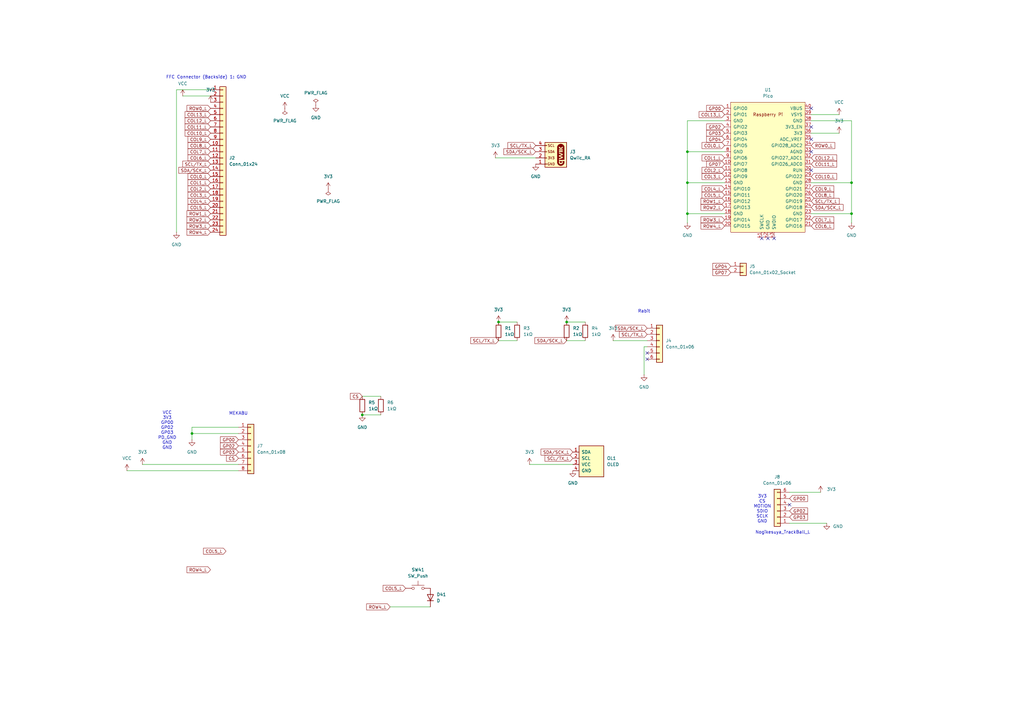
<source format=kicad_sch>
(kicad_sch (version 20250114) (generator "eeschema") (generator_version "9.0")
  (paper "A3")
  (lib_symbols
    (symbol "BrownSugar_KBD:OLED" (pin_names (offset 1.016))
      (property "Reference" "OL" (at 0 7.62 0))
      (property "Value" "OLED" (at 0 -7.62 0))
      (symbol "OLED_0_1"
        (rectangle (start -5.08 6.35) (end 5.08 -6.35) (stroke (width 0.254)) (fill (type background)))
      )
      (symbol "OLED_1_1"
        (pin bidirectional line (at -7.62 3.81 0) (length 2.54) (name "SDA") (number "1"))
        (pin bidirectional line (at -7.62 1.27 0) (length 2.54) (name "SCL") (number "2"))
        (pin power_in line (at -7.62 -1.27 0) (length 2.54) (name "VCC") (number "3"))
        (pin power_in line (at -7.62 -3.81 0) (length 2.54) (name "GND") (number "4"))
      )
    )
    (symbol "Connector_Generic:Conn_01x02" (pin_names (offset 1.016) (hide yes))
      (property "Reference" "J" (at 0 2.54 0))
      (property "Value" "Conn_01x02" (at 0 -5.08 0))
      (symbol "Conn_01x02_1_1"
        (rectangle (start -1.27 1.27) (end 1.27 -3.81) (stroke (width 0.254)) (fill (type background)))
        (rectangle (start -1.27 0.127) (end 0 -0.127) (stroke (width 0.1524)))
        (rectangle (start -1.27 -2.413) (end 0 -2.667) (stroke (width 0.1524)))
        (pin passive line (at -5.08 0 0) (length 3.81) (name "Pin_1") (number "1"))
        (pin passive line (at -5.08 -2.54 0) (length 3.81) (name "Pin_2") (number "2"))
      )
    )
    (symbol "Connector_Generic:Conn_01x06" (pin_names (offset 1.016) (hide yes))
      (property "Reference" "J" (at 0 7.62 0))
      (property "Value" "Conn_01x06" (at 0 -10.16 0))
      (symbol "Conn_01x06_1_1"
        (rectangle (start -1.27 6.35) (end 1.27 -8.89) (stroke (width 0.254)) (fill (type background)))
        (rectangle (start -1.27 5.207) (end 0 4.953) (stroke (width 0.1524)))
        (rectangle (start -1.27 2.667) (end 0 2.413) (stroke (width 0.1524)))
        (rectangle (start -1.27 0.127) (end 0 -0.127) (stroke (width 0.1524)))
        (rectangle (start -1.27 -2.413) (end 0 -2.667) (stroke (width 0.1524)))
        (rectangle (start -1.27 -4.953) (end 0 -5.207) (stroke (width 0.1524)))
        (rectangle (start -1.27 -7.493) (end 0 -7.747) (stroke (width 0.1524)))
        (pin passive line (at -5.08 5.08 0) (length 3.81) (name "Pin_1") (number "1"))
        (pin passive line (at -5.08 2.54 0) (length 3.81) (name "Pin_2") (number "2"))
        (pin passive line (at -5.08 0 0) (length 3.81) (name "Pin_3") (number "3"))
        (pin passive line (at -5.08 -2.54 0) (length 3.81) (name "Pin_4") (number "4"))
        (pin passive line (at -5.08 -5.08 0) (length 3.81) (name "Pin_5") (number "5"))
        (pin passive line (at -5.08 -7.62 0) (length 3.81) (name "Pin_6") (number "6"))
      )
    )
    (symbol "Connector_Generic:Conn_01x08" (pin_names (offset 1.016) (hide yes))
      (property "Reference" "J" (at 0 10.16 0))
      (property "Value" "Conn_01x08" (at 0 -12.7 0))
      (symbol "Conn_01x08_1_1"
        (rectangle (start -1.27 8.89) (end 1.27 -11.43) (stroke (width 0.254)) (fill (type background)))
        (rectangle (start -1.27 7.747) (end 0 7.493) (stroke (width 0.1524)))
        (rectangle (start -1.27 5.207) (end 0 4.953) (stroke (width 0.1524)))
        (rectangle (start -1.27 2.667) (end 0 2.413) (stroke (width 0.1524)))
        (rectangle (start -1.27 0.127) (end 0 -0.127) (stroke (width 0.1524)))
        (rectangle (start -1.27 -2.413) (end 0 -2.667) (stroke (width 0.1524)))
        (rectangle (start -1.27 -4.953) (end 0 -5.207) (stroke (width 0.1524)))
        (rectangle (start -1.27 -7.493) (end 0 -7.747) (stroke (width 0.1524)))
        (rectangle (start -1.27 -10.033) (end 0 -10.287) (stroke (width 0.1524)))
        (pin passive line (at -5.08 7.62 0) (length 3.81) (name "Pin_1") (number "1"))
        (pin passive line (at -5.08 5.08 0) (length 3.81) (name "Pin_2") (number "2"))
        (pin passive line (at -5.08 2.54 0) (length 3.81) (name "Pin_3") (number "3"))
        (pin passive line (at -5.08 0 0) (length 3.81) (name "Pin_4") (number "4"))
        (pin passive line (at -5.08 -2.54 0) (length 3.81) (name "Pin_5") (number "5"))
        (pin passive line (at -5.08 -5.08 0) (length 3.81) (name "Pin_6") (number "6"))
        (pin passive line (at -5.08 -7.62 0) (length 3.81) (name "Pin_7") (number "7"))
        (pin passive line (at -5.08 -10.16 0) (length 3.81) (name "Pin_8") (number "8"))
      )
    )
    (symbol "Connector_Generic:Conn_01x24" (pin_names (offset 1.016) (hide yes))
      (property "Reference" "J" (at 0 30.48 0))
      (property "Value" "Conn_01x24" (at 0 -33.02 0))
      (symbol "Conn_01x24_1_1"
        (rectangle (start -1.27 29.21) (end 1.27 -31.75) (stroke (width 0.254)) (fill (type background)))
        (rectangle (start -1.27 28.067) (end 0 27.813) (stroke (width 0.1524)))
        (rectangle (start -1.27 25.527) (end 0 25.273) (stroke (width 0.1524)))
        (rectangle (start -1.27 22.987) (end 0 22.733) (stroke (width 0.1524)))
        (rectangle (start -1.27 20.447) (end 0 20.193) (stroke (width 0.1524)))
        (rectangle (start -1.27 17.907) (end 0 17.653) (stroke (width 0.1524)))
        (rectangle (start -1.27 15.367) (end 0 15.113) (stroke (width 0.1524)))
        (rectangle (start -1.27 12.827) (end 0 12.573) (stroke (width 0.1524)))
        (rectangle (start -1.27 10.287) (end 0 10.033) (stroke (width 0.1524)))
        (rectangle (start -1.27 7.747) (end 0 7.493) (stroke (width 0.1524)))
        (rectangle (start -1.27 5.207) (end 0 4.953) (stroke (width 0.1524)))
        (rectangle (start -1.27 2.667) (end 0 2.413) (stroke (width 0.1524)))
        (rectangle (start -1.27 0.127) (end 0 -0.127) (stroke (width 0.1524)))
        (rectangle (start -1.27 -2.413) (end 0 -2.667) (stroke (width 0.1524)))
        (rectangle (start -1.27 -4.953) (end 0 -5.207) (stroke (width 0.1524)))
        (rectangle (start -1.27 -7.493) (end 0 -7.747) (stroke (width 0.1524)))
        (rectangle (start -1.27 -10.033) (end 0 -10.287) (stroke (width 0.1524)))
        (rectangle (start -1.27 -12.573) (end 0 -12.827) (stroke (width 0.1524)))
        (rectangle (start -1.27 -15.113) (end 0 -15.367) (stroke (width 0.1524)))
        (rectangle (start -1.27 -17.653) (end 0 -17.907) (stroke (width 0.1524)))
        (rectangle (start -1.27 -20.193) (end 0 -20.447) (stroke (width 0.1524)))
        (rectangle (start -1.27 -22.733) (end 0 -22.987) (stroke (width 0.1524)))
        (rectangle (start -1.27 -25.273) (end 0 -25.527) (stroke (width 0.1524)))
        (rectangle (start -1.27 -27.813) (end 0 -28.067) (stroke (width 0.1524)))
        (rectangle (start -1.27 -30.353) (end 0 -30.607) (stroke (width 0.1524)))
        (pin passive line (at -5.08 27.94 0) (length 3.81) (name "Pin_1") (number "1"))
        (pin passive line (at -5.08 25.4 0) (length 3.81) (name "Pin_2") (number "2"))
        (pin passive line (at -5.08 22.86 0) (length 3.81) (name "Pin_3") (number "3"))
        (pin passive line (at -5.08 20.32 0) (length 3.81) (name "Pin_4") (number "4"))
        (pin passive line (at -5.08 17.78 0) (length 3.81) (name "Pin_5") (number "5"))
        (pin passive line (at -5.08 15.24 0) (length 3.81) (name "Pin_6") (number "6"))
        (pin passive line (at -5.08 12.7 0) (length 3.81) (name "Pin_7") (number "7"))
        (pin passive line (at -5.08 10.16 0) (length 3.81) (name "Pin_8") (number "8"))
        (pin passive line (at -5.08 7.62 0) (length 3.81) (name "Pin_9") (number "9"))
        (pin passive line (at -5.08 5.08 0) (length 3.81) (name "Pin_10") (number "10"))
        (pin passive line (at -5.08 2.54 0) (length 3.81) (name "Pin_11") (number "11"))
        (pin passive line (at -5.08 0 0) (length 3.81) (name "Pin_12") (number "12"))
        (pin passive line (at -5.08 -2.54 0) (length 3.81) (name "Pin_13") (number "13"))
        (pin passive line (at -5.08 -5.08 0) (length 3.81) (name "Pin_14") (number "14"))
        (pin passive line (at -5.08 -7.62 0) (length 3.81) (name "Pin_15") (number "15"))
        (pin passive line (at -5.08 -10.16 0) (length 3.81) (name "Pin_16") (number "16"))
        (pin passive line (at -5.08 -12.7 0) (length 3.81) (name "Pin_17") (number "17"))
        (pin passive line (at -5.08 -15.24 0) (length 3.81) (name "Pin_18") (number "18"))
        (pin passive line (at -5.08 -17.78 0) (length 3.81) (name "Pin_19") (number "19"))
        (pin passive line (at -5.08 -20.32 0) (length 3.81) (name "Pin_20") (number "20"))
        (pin passive line (at -5.08 -22.86 0) (length 3.81) (name "Pin_21") (number "21"))
        (pin passive line (at -5.08 -25.4 0) (length 3.81) (name "Pin_22") (number "22"))
        (pin passive line (at -5.08 -27.94 0) (length 3.81) (name "Pin_23") (number "23"))
        (pin passive line (at -5.08 -30.48 0) (length 3.81) (name "Pin_24") (number "24"))
      )
    )
    (symbol "Device:D" (pin_numbers (hide yes)) (pin_names (offset 1.016) (hide yes))
      (property "Reference" "D" (at 0 2.54 0))
      (property "Value" "D" (at 0 -2.54 0))
      (symbol "D_0_1"
        (polyline (pts (xy -1.27 1.27) (xy -1.27 -1.27)) (stroke (width 0.254)))
        (polyline (pts (xy 1.27 1.27) (xy 1.27 -1.27) (xy -1.27 0) (xy 1.27 1.27)) (stroke (width 0.254)))
        (polyline (pts (xy 1.27 0) (xy -1.27 0)))
      )
      (symbol "D_1_1"
        (pin passive line (at -3.81 0 0) (length 2.54) (name "K") (number "1"))
        (pin passive line (at 3.81 0 180) (length 2.54) (name "A") (number "2"))
      )
    )
    (symbol "Device:R" (pin_numbers (hide yes)) (pin_names (offset 0))
      (property "Reference" "R" (at 2.032 0 90))
      (property "Value" "R" (at 0 0 90))
      (symbol "R_0_1"
        (rectangle (start -1.016 -2.54) (end 1.016 2.54) (stroke (width 0.254)))
      )
      (symbol "R_1_1"
        (pin passive line (at 0 3.81 270) (length 1.27) (name "~") (number "1"))
        (pin passive line (at 0 -3.81 90) (length 1.27) (name "~") (number "2"))
      )
    )
    (symbol "RPi_Pico:Pico" (pin_names (offset 1.016))
      (property "Reference" "U" (at -13.97 27.94 0))
      (property "Value" "Pico" (at 0 19.05 0))
      (symbol "Pico_0_0"
        (text "Raspberry Pi" (at 0 21.59 0) (effects (font (size 1.27 1.27))))
      )
      (symbol "Pico_0_1"
        (rectangle (start -15.24 26.67) (end 15.24 -26.67) (fill (type background)))
      )
      (symbol "Pico_1_1"
        (pin bidirectional line (at -17.78 24.13 0) (length 2.54) (name "GPIO0") (number "1"))
        (pin bidirectional line (at -17.78 21.59 0) (length 2.54) (name "GPIO1") (number "2"))
        (pin power_in line (at -17.78 19.05 0) (length 2.54) (name "GND") (number "3"))
        (pin bidirectional line (at -17.78 16.51 0) (length 2.54) (name "GPIO2") (number "4"))
        (pin bidirectional line (at -17.78 13.97 0) (length 2.54) (name "GPIO3") (number "5"))
        (pin bidirectional line (at -17.78 11.43 0) (length 2.54) (name "GPIO4") (number "6"))
        (pin bidirectional line (at -17.78 8.89 0) (length 2.54) (name "GPIO5") (number "7"))
        (pin power_in line (at -17.78 6.35 0) (length 2.54) (name "GND") (number "8"))
        (pin bidirectional line (at -17.78 3.81 0) (length 2.54) (name "GPIO6") (number "9"))
        (pin bidirectional line (at -17.78 1.27 0) (length 2.54) (name "GPIO7") (number "10"))
        (pin bidirectional line (at -17.78 -1.27 0) (length 2.54) (name "GPIO8") (number "11"))
        (pin bidirectional line (at -17.78 -3.81 0) (length 2.54) (name "GPIO9") (number "12"))
        (pin power_in line (at -17.78 -6.35 0) (length 2.54) (name "GND") (number "13"))
        (pin bidirectional line (at -17.78 -8.89 0) (length 2.54) (name "GPIO10") (number "14"))
        (pin bidirectional line (at -17.78 -11.43 0) (length 2.54) (name "GPIO11") (number "15"))
        (pin bidirectional line (at -17.78 -13.97 0) (length 2.54) (name "GPIO12") (number "16"))
        (pin bidirectional line (at -17.78 -16.51 0) (length 2.54) (name "GPIO13") (number "17"))
        (pin power_in line (at -17.78 -19.05 0) (length 2.54) (name "GND") (number "18"))
        (pin bidirectional line (at -17.78 -21.59 0) (length 2.54) (name "GPIO14") (number "19"))
        (pin bidirectional line (at -17.78 -24.13 0) (length 2.54) (name "GPIO15") (number "20"))
        (pin input line (at -2.54 -29.21 90) (length 2.54) (name "SWCLK") (number "41"))
        (pin power_in line (at 0 -29.21 90) (length 2.54) (name "GND") (number "42"))
        (pin bidirectional line (at 2.54 -29.21 90) (length 2.54) (name "SWDIO") (number "43"))
        (pin unspecified line (at 17.78 24.13 180) (length 2.54) (name "VBUS") (number "40"))
        (pin unspecified line (at 17.78 21.59 180) (length 2.54) (name "VSYS") (number "39"))
        (pin bidirectional line (at 17.78 19.05 180) (length 2.54) (name "GND") (number "38"))
        (pin input line (at 17.78 16.51 180) (length 2.54) (name "3V3_EN") (number "37"))
        (pin unspecified line (at 17.78 13.97 180) (length 2.54) (name "3V3") (number "36"))
        (pin unspecified line (at 17.78 11.43 180) (length 2.54) (name "ADC_VREF") (number "35"))
        (pin bidirectional line (at 17.78 8.89 180) (length 2.54) (name "GPIO28_ADC2") (number "34"))
        (pin power_in line (at 17.78 6.35 180) (length 2.54) (name "AGND") (number "33"))
        (pin bidirectional line (at 17.78 3.81 180) (length 2.54) (name "GPIO27_ADC1") (number "32"))
        (pin bidirectional line (at 17.78 1.27 180) (length 2.54) (name "GPIO26_ADC0") (number "31"))
        (pin input line (at 17.78 -1.27 180) (length 2.54) (name "RUN") (number "30"))
        (pin bidirectional line (at 17.78 -3.81 180) (length 2.54) (name "GPIO22") (number "29"))
        (pin power_in line (at 17.78 -6.35 180) (length 2.54) (name "GND") (number "28"))
        (pin bidirectional line (at 17.78 -8.89 180) (length 2.54) (name "GPIO21") (number "27"))
        (pin bidirectional line (at 17.78 -11.43 180) (length 2.54) (name "GPIO20") (number "26"))
        (pin bidirectional line (at 17.78 -13.97 180) (length 2.54) (name "GPIO19") (number "25"))
        (pin bidirectional line (at 17.78 -16.51 180) (length 2.54) (name "GPIO18") (number "24"))
        (pin power_in line (at 17.78 -19.05 180) (length 2.54) (name "GND") (number "23"))
        (pin bidirectional line (at 17.78 -21.59 180) (length 2.54) (name "GPIO17") (number "22"))
        (pin bidirectional line (at 17.78 -24.13 180) (length 2.54) (name "GPIO16") (number "21"))
      )
    )
    (symbol "SparkFun-Connector:Qwiic_Right_Angle" (pin_names (offset 1.016) (hide yes))
      (property "Reference" "J" (at 0 5.08 0))
      (property "Value" "Qwiic_RA" (at 0 -7.62 0))
      (symbol "Qwiic_Right_Angle_0_0"
        (polyline (pts (xy 5.6514 -4.1459) (xy 5.6299 -4.0654) (xy 5.5924 -3.9985) (xy 5.5373 -3.9428) (xy 5.4632 -3.8962) (xy 5.4394 -3.8843) (xy 5.402 -3.8678) (xy 5.3681 -3.8578) (xy 5.3294 -3.8521) (xy 5.2774 -3.8485) (xy 5.2184 -3.8474) (xy 5.1227 -3.8564) (xy 5.0405 -3.8803) (xy 4.9695 -3.9199) (xy 4.9078 -3.9759) (xy 4.8937 -3.9923) (xy 4.8535 -4.0549) (xy 4.8308 -4.124) (xy 4.8237 -4.2048) (xy 4.8239 -4.222) (xy 4.8343 -4.3011) (xy 4.8608 -4.3692) (xy 4.9051 -4.4308) (xy 4.9328 -4.4589) (xy 5.0009 -4.509) (xy 5.0793 -4.5424) (xy 5.1699 -4.5595) (xy 5.2745 -4.5612) (xy 5.3262 -4.5564) (xy 5.4199 -4.5347) (xy 5.4992 -4.4971) (xy 5.5638 -4.444) (xy 5.6131 -4.3757) (xy 5.6467 -4.2926) (xy 5.65 -4.2788) (xy 5.656 -4.2325) (xy 5.6563 -4.1875) (xy 5.6514 -4.1459)) (stroke (width 0.01)) (fill (type outline)))
        (polyline (pts (xy 6.6693 -0.6791) (xy 6.666 1.9332) (xy 6.6418 2.0386) (xy 6.6301 2.0866) (xy 6.5791 2.2527) (xy 6.5141 2.404) (xy 6.4337 2.5432) (xy 6.3364 2.673) (xy 6.2208 2.7959) (xy 6.1699 2.8428) (xy 6.0305 2.9527) (xy 5.8839 3.0422) (xy 5.7295 3.1115) (xy 5.5668 3.1608) (xy 5.3953 3.1902) (xy 5.2146 3.1999) (xy 5.1695 3.1994) (xy 5.0056 3.1868) (xy 4.8507 3.1568) (xy 4.7006 3.1083) (xy 4.5508 3.0404) (xy 4.5104 3.0187) (xy 4.3609 2.9237) (xy 4.2262 2.8129) (xy 4.1067 2.6872) (xy 4.0032 2.5475) (xy 3.9162 2.3947) (xy 3.8466 2.2295) (xy 3.7947 2.0528) (xy 3.7931 2.0453) (xy 3.7912 2.0356) (xy 3.7895 2.0242) (xy 3.7879 2.0106) (xy 3.7864 1.9938) (xy 3.785 1.9733) (xy 3.7837 1.9481) (xy 3.7825 1.9176) (xy 3.7815 1.8811) (xy 3.7805 1.8377) (xy 3.7796 1.7868) (xy 3.7789 1.7275) (xy 3.7781 1.6592) (xy 3.7775 1.5811) (xy 3.777 1.4925) (xy 3.7765 1.3925) (xy 3.7761 1.2805) (xy 3.7757 1.1557) (xy 3.7754 1.0174) (xy 3.7751 0.8648) (xy 3.7749 0.6972) (xy 3.7748 0.5138) (xy 3.7746 0.3139) (xy 3.7745 0.0967) (xy 3.7745 -0.1385) (xy 3.7744 -0.3925) (xy 3.7744 -0.666) (xy 3.7744 -0.9597) (xy 3.7744 -1.2744) (xy 3.7744 -4.5147) (xy 3.8041 -4.6318) (xy 3.8237 -4.7026) (xy 3.8837 -4.868) (xy 3.9606 -5.0206) (xy 4.0556 -5.1623) (xy 4.1695 -5.2947) (xy 4.2945 -5.4115) (xy 4.4355 -5.5159) (xy 4.5859 -5.6007) (xy 4.7459 -5.6661) (xy 4.916 -5.7122) (xy 5.0965 -5.7394) (xy 5.2571 -5.7442) (xy 5.4226 -5.7293) (xy 5.5891 -5.6949) (xy 5.7533 -5.6416) (xy 5.8236 -5.6121) (xy 5.9729 -5.5329) (xy 6.1112 -5.4365) (xy 6.237 -5.3244) (xy 6.3494 -5.1984) (xy 6.4469 -5.0601) (xy 6.5284 -4.9112) (xy 6.5926 -4.7532) (xy 6.6384 -4.5879) (xy 6.6645 -4.4168) (xy 6.6652 -4.405) (xy 6.6664 -4.3703) (xy 6.6676 -4.3199) (xy 6.6687 -4.2572) (xy 6.6696 -4.1859) (xy 6.6703 -4.1097) (xy 6.6721 -3.846) (xy 6.2655 -3.846) (xy 5.8589 -3.846) (xy 5.9219 -3.9104) (xy 5.9349 -3.9241) (xy 6.0001 -4.0112) (xy 6.0471 -4.1097) (xy 6.0754 -4.2189) (xy 6.085 -4.338) (xy 6.0781 -4.4509) (xy 6.0523 -4.5755) (xy 6.0066 -4.6941) (xy 5.952 -4.7864) (xy 5.8765 -4.8752) (xy 5.7858 -4.9517) (xy 5.6826 -5.0132) (xy 5.6313 -5.0372) (xy 5.5644 -5.0638) (xy 5.4981 -5.0834) (xy 5.4249 -5.0981) (xy 5.3375 -5.1098) (xy 5.2452 -5.1158) (xy 5.122 -5.1113) (xy 5.0004 -5.0938) (xy 4.8864 -5.0641) (xy 4.7856 -5.0232) (xy 4.6831 -4.9619) (xy 4.5878 -4.8817) (xy 4.5089 -4.7878) (xy 4.4472 -4.6811) (xy 4.4036 -4.5627) (xy 4.4031 -4.5611) (xy 4.3912 -4.4987) (xy 4.3845 -4.4244) (xy 4.3831 -4.3446) (xy 4.3869 -4.2661) (xy 4.3957 -4.1956) (xy 4.4094 -4.1396) (xy 4.4322 -4.082) (xy 4.485 -3.9879) (xy 4.5552 -3.9031) (xy 4.6109 -3.846) (xy 4.5052 -3.846) (xy 4.3996 -3.846) (xy 4.3996 -3.5687) (xy 4.3996 -3.2914) (xy 4.405 -3.2914) (xy 4.405 -3.2023) (xy 4.4021 -2.9296) (xy 4.4018 -2.8964) (xy 4.4015 -2.8076) (xy 4.4023 -2.7393) (xy 4.4041 -2.6908) (xy 4.407 -2.6611) (xy 4.4111 -2.6495) (xy 4.4137 -2.6484) (xy 4.434 -2.6418) (xy 4.4723 -2.6298) (xy 4.5268 -2.6132) (xy 4.5954 -2.5924) (xy 4.6761 -2.5683) (xy 4.767 -2.5412) (xy 4.866 -2.5118) (xy 4.9713 -2.4808) (xy 5.0173 -2.4672) (xy 5.119 -2.4369) (xy 5.2131 -2.4086) (xy 5.2977 -2.3828) (xy 5.3709 -2.3601) (xy 5.4307 -2.3411) (xy 5.4753 -2.3264) (xy 5.5029 -2.3166) (xy 5.5114 -2.3123) (xy 5.505 -2.3098) (xy 5.4796 -2.3016) (xy 5.4371 -2.2885) (xy 5.3794 -2.2711) (xy 5.3088 -2.2502) (xy 5.2275 -2.2264) (xy 5.1375 -2.2002) (xy 5.0411 -2.1724) (xy 4.9851 -2.1562) (xy 4.8864 -2.1278) (xy 4.7926 -2.1007) (xy 4.7062 -2.0757) (xy 4.63 -2.0536) (xy 4.5666 -2.0351) (xy 4.5187 -2.0211) (xy 4.4891 -2.0123) (xy 4.3992 -1.9852) (xy 4.4021 -1.7229) (xy 4.405 -1.4606) (xy 4.5844 -1.4084) (xy 4.6163 -1.3992) (xy 4.7739 -1.3533) (xy 4.9121 -1.3131) (xy 5.0321 -1.278) (xy 5.1352 -1.2478) (xy 5.2224 -1.2221) (xy 5.2951 -1.2004) (xy 5.3545 -1.1824) (xy 5.4018 -1.1676) (xy 5.4382 -1.1558) (xy 5.465 -1.1465) (xy 5.4834 -1.1392) (xy 5.4945 -1.1338) (xy 5.4997 -1.1296) (xy 5.5001 -1.1264) (xy 5.497 -1.1238) (xy 5.4915 -1.1214) (xy 5.4896 -1.1207) (xy 5.4687 -1.114) (xy 5.4296 -1.1019) (xy 5.3743 -1.0851) (xy 5.3049 -1.0643) (xy 5.2237 -1.04) (xy 5.1326 -1.013) (xy 5.0339 -0.9838) (xy 4.9297 -0.9531) (xy 4.3996 -0.7973) (xy 4.3996 -0.533) (xy 4.3997 -0.479) (xy 4.4004 -0.4111) (xy 4.4015 -0.3532) (xy 4.4029 -0.3082) (xy 4.4047 -0.279) (xy 4.4066 -0.2687) (xy 4.409 -0.2694) (xy 4.4284 -0.2761) (xy 4.4661 -0.2895) (xy 4.5204 -0.309) (xy 4.5899 -0.3341) (xy 4.6729 -0.3642) (xy 4.7681 -0.3988) (xy 4.8737 -0.4372) (xy 4.9883 -0.479) (xy 5.1104 -0.5236) (xy 5.2384 -0.5703) (xy 6.0632 -0.872) (xy 6.0632 -0.1926) (xy 5.2314 -0.1926) (xy 4.3996 -0.1926) (xy 4.3996 0.0793) (xy 4.3996 0.3511) (xy 5.2314 0.3511) (xy 6.0632 0.3511) (xy 6.0632 0.4598) (xy 5.2314 0.4598) (xy 4.3996 0.4598) (xy 4.3996 0.7317) (xy 4.3996 1.0035) (xy 5.2314 1.0035) (xy 5.2368 1.0035) (xy 5.2368 1.1177) (xy 5.1465 1.1192) (xy 5.0667 1.1248) (xy 4.9975 1.1357) (xy 4.9332 1.1532) (xy 4.8683 1.1784) (xy 4.7971 1.2126) (xy 4.7662 1.2298) (xy 4.6808 1.2903) (xy 4.6008 1.3651) (xy 4.5314 1.4489) (xy 4.4781 1.5363) (xy 4.4686 1.5557) (xy 4.4306 1.6462) (xy 4.4052 1.7353) (xy 4.3905 1.8304) (xy 4.385 1.9386) (xy 4.3833 2.0745) (xy 4.6089 2.0775) (xy 4.8345 2.0804) (xy 4.8348 1.9959) (xy 4.8368 1.9483) (xy 4.8488 1.8858) (xy 4.8738 1.8316) (xy 4.9144 1.7788) (xy 4.9734 1.7289) (xy 5.0458 1.6921) (xy 5.1277 1.6689) (xy 5.215 1.6593) (xy 5.3038 1.6635) (xy 5.3902 1.6815) (xy 5.4702 1.7136) (xy 5.54 1.7597) (xy 5.5733 1.7923) (xy 5.6073 1.844) (xy 5.628 1.9066) (xy 5.6372 1.9843) (xy 5.6418 2.0804) (xy 5.8607 2.0775) (xy 6.0795 2.0745) (xy 6.0811 1.9712) (xy 6.0811 1.9207) (xy 6.0739 1.8134) (xy 6.0554 1.7157) (xy 6.024 1.6204) (xy 5.9781 1.5204) (xy 5.9341 1.4457) (xy 5.8571 1.3499) (xy 5.7651 1.2695) (xy 5.6591 1.2056) (xy 5.6251 1.1892) (xy 5.5646 1.1627) (xy 5.5097 1.1435) (xy 5.4549 1.1305) (xy 5.3948 1.1226) (xy 5.3239 1.1188) (xy 5.2368 1.1177) (xy 5.2368 1.0035) (xy 6.0632 1.0035) (xy 6.0632 0.7317) (xy 6.0632 0.4598) (xy 6.0632 0.3511) (xy 6.0632 0.0793) (xy 6.0632 -0.1926) (xy 6.0632 -0.872) (xy 6.0632 -1.1439) (xy 6.0632 -1.4158) (xy 5.552 -1.5728) (xy 5.5357 -1.5778) (xy 5.4361 -1.6086) (xy 5.3436 -1.6376) (xy 5.2603 -1.6641) (xy 5.1881 -1.6874) (xy 5.129 -1.707) (xy 5.0848 -1.7222) (xy 5.0575 -1.7324) (xy 5.0491 -1.7369) (xy 5.0493 -1.737) (xy 5.0624 -1.742) (xy 5.094 -1.7527) (xy 5.1423 -1.7684) (xy 5.2051 -1.7886) (xy 5.2803 -1.8124) (xy 5.3659 -1.8394) (xy 5.46 -1.8688) (xy 5.5603 -1.9) (xy 6.0632 -2.0559) (xy 6.063 -2.3284) (xy 6.0628 -2.601) (xy 5.2339 -2.9017) (xy 4.405 -3.2023) (xy 4.405 -3.2914) (xy 5.5361 -3.2914) (xy 6.6725 -3.2914) (xy 6.6693 -0.6791)) (stroke (width 0.01)) (fill (type outline)))
      )
      (symbol "Qwiic_Right_Angle_1_1"
        (rectangle (start -1.27 3.81) (end 7.62 -6.35) (stroke (width 0.254)) (fill (type background)))
        (rectangle (start -1.27 2.667) (end -0.508 2.413) (stroke (width 0.1524)))
        (rectangle (start -1.27 0.127) (end -0.508 -0.127) (stroke (width 0.1524)))
        (rectangle (start -1.27 -2.413) (end -0.508 -2.667) (stroke (width 0.1524)))
        (rectangle (start -1.27 -4.953) (end -0.508 -5.207) (stroke (width 0.1524)))
        (text "SCL" (at 1.27 2.54 0) (effects (font (size 1 1))))
        (text "SDA" (at 1.27 0 0) (effects (font (size 1 1))))
        (text "3V3" (at 1.27 -2.54 0) (effects (font (size 1 1))))
        (text "GND" (at 1.27 -5.08 0) (effects (font (size 1 1))))
        (pin passive line (at -5.08 2.54 0) (length 3.81) (name "Pin_4") (number "4"))
        (pin passive line (at -5.08 0 0) (length 3.81) (name "Pin_3") (number "3"))
        (pin passive line (at -5.08 -2.54 0) (length 3.81) (name "Pin_2") (number "2"))
        (pin passive line (at -5.08 -5.08 0) (length 3.81) (name "Pin_1") (number "1"))
        (pin no_connect line (at 5.08 3.81 270) (length 2.54) (hide yes) (name "NC") (number "NC1"))
        (pin no_connect line (at 6.35 3.81 270) (length 2.54) (hide yes) (name "NC") (number "NC2"))
      )
    )
    (symbol "Switch:SW_Push" (pin_numbers (hide yes)) (pin_names (offset 1.016) (hide yes))
      (property "Reference" "SW" (at 1.27 2.54 0))
      (property "Value" "SW_Push" (at 0 -1.524 0))
      (symbol "SW_Push_0_1"
        (circle (center -2.032 0) (radius 0.508))
        (polyline (pts (xy 0 1.27) (xy 0 3.048)))
        (circle (center 2.032 0) (radius 0.508))
        (polyline (pts (xy 2.54 1.27) (xy -2.54 1.27)))
        (pin passive line (at -5.08 0 0) (length 2.54) (name "1") (number "1"))
        (pin passive line (at 5.08 0 180) (length 2.54) (name "2") (number "2"))
      )
    )
    (symbol "power:GND" (power) (pin_numbers (hide yes)) (pin_names (offset 0) (hide yes))
      (property "Value" "GND" (at 0 -3.81 0))
      (symbol "GND_0_1"
        (polyline (pts (xy 0 0) (xy 0 -1.27) (xy 1.27 -1.27) (xy 0 -2.54) (xy -1.27 -1.27) (xy 0 -1.27)))
      )
      (symbol "GND_1_1"
        (pin power_in line (at 0 0 270) (length 0) (name "~") (number "1"))
      )
    )
    (symbol "power:PWR_FLAG" (power) (pin_numbers (hide yes)) (pin_names (offset 0) (hide yes))
      (property "Value" "PWR_FLAG" (at 0 3.81 0))
      (symbol "PWR_FLAG_0_0"
        (pin power_out line (at 0 0 90) (length 0) (name "~") (number "1"))
      )
      (symbol "PWR_FLAG_0_1"
        (polyline (pts (xy 0 0) (xy 0 1.27) (xy -1.016 1.905) (xy 0 2.54) (xy 1.016 1.905) (xy 0 1.27)))
      )
    )
    (symbol "power:VCC" (power) (pin_numbers (hide yes)) (pin_names (offset 0) (hide yes))
      (property "Value" "VCC" (at 0 3.556 0))
      (symbol "VCC_0_1"
        (polyline (pts (xy -0.762 1.27) (xy 0 2.54)))
        (polyline (pts (xy 0 2.54) (xy 0.762 1.27)))
        (polyline (pts (xy 0 0) (xy 0 2.54)))
      )
      (symbol "VCC_1_1"
        (pin power_in line (at 0 0 90) (length 0) (name "~") (number "1"))
      )
    )
  )
  (text "VCC\n3V3\nGP00\nGP02\nGP03\nPD_GND\nGND\nGND" (at 68.58 176.53 0) (effects (font (size 1.27 1.27))))
  (text "Rabit" (at 264.16 127.762 0) (effects (font (size 1.27 1.27))))
  (text "MEKABU" (at 97.79 169.672 0) (effects (font (size 1.27 1.27))))
  (text "Nogikesuya_TrackBall_L" (at 321.056 218.44 0) (effects (font (size 1.27 1.27))))
  (text "3V3\nCS\nMOTION\nSDIO\nSCLK\nGND" (at 312.674 208.788 0) (effects (font (size 1.27 1.27))))
  (text "FFC Connector (Backside) １: GND" (at 84.582 31.75 0) (effects (font (size 1.27 1.27))))
  (junction (at 281.94 62.23))
  (junction (at 204.47 132.08))
  (junction (at 232.41 132.08))
  (junction (at 349.25 74.93))
  (junction (at 281.94 74.93))
  (junction (at 78.74 177.8))
  (junction (at 349.25 87.63))
  (junction (at 281.94 87.63))
  (junction (at 148.59 170.18))
  (no_connect (at 317.5 97.79))
  (no_connect (at 332.74 69.85))
  (no_connect (at 332.74 44.45))
  (no_connect (at 265.43 144.78))
  (no_connect (at 323.85 207.01))
  (no_connect (at 332.74 52.07))
  (no_connect (at 314.96 97.79))
  (no_connect (at 312.42 97.79))
  (no_connect (at 265.43 147.32))
  (no_connect (at 332.74 62.23))
  (no_connect (at 332.74 57.15))
  (wire (pts (xy 204.47 139.7) (xy 212.09 139.7)))
  (wire (pts (xy 297.18 49.53) (xy 281.94 49.53)))
  (wire (pts (xy 349.25 49.53) (xy 349.25 74.93)))
  (wire (pts (xy 332.74 87.63) (xy 349.25 87.63)))
  (wire (pts (xy 204.47 132.08) (xy 212.09 132.08)))
  (wire (pts (xy 251.46 139.7) (xy 265.43 139.7)))
  (wire (pts (xy 349.25 91.44) (xy 349.25 87.63)))
  (wire (pts (xy 344.17 54.61) (xy 332.74 54.61)))
  (wire (pts (xy 281.94 87.63) (xy 297.18 87.63)))
  (wire (pts (xy 349.25 74.93) (xy 349.25 87.63)))
  (wire (pts (xy 160.02 248.92) (xy 176.53 248.92)))
  (wire (pts (xy 148.59 162.56) (xy 156.21 162.56)))
  (wire (pts (xy 232.41 139.7) (xy 240.03 139.7)))
  (wire (pts (xy 78.74 175.26) (xy 78.74 177.8)))
  (wire (pts (xy 72.39 36.83) (xy 72.39 95.25)))
  (wire (pts (xy 332.74 49.53) (xy 349.25 49.53)))
  (wire (pts (xy 281.94 49.53) (xy 281.94 62.23)))
  (wire (pts (xy 78.74 177.8) (xy 97.79 177.8)))
  (wire (pts (xy 281.94 74.93) (xy 281.94 87.63)))
  (wire (pts (xy 203.2 64.77) (xy 219.71 64.77)))
  (wire (pts (xy 217.17 190.5) (xy 234.95 190.5)))
  (wire (pts (xy 281.94 62.23) (xy 297.18 62.23)))
  (wire (pts (xy 281.94 87.63) (xy 281.94 91.44)))
  (wire (pts (xy 339.09 214.63) (xy 323.85 214.63)))
  (wire (pts (xy 74.93 39.37) (xy 86.36 39.37)))
  (wire (pts (xy 281.94 74.93) (xy 297.18 74.93)))
  (wire (pts (xy 232.41 132.08) (xy 240.03 132.08)))
  (wire (pts (xy 52.07 193.04) (xy 97.79 193.04)))
  (wire (pts (xy 281.94 62.23) (xy 281.94 74.93)))
  (wire (pts (xy 264.16 142.24) (xy 265.43 142.24)))
  (wire (pts (xy 264.16 153.67) (xy 264.16 142.24)))
  (wire (pts (xy 344.17 46.99) (xy 332.74 46.99)))
  (wire (pts (xy 332.74 74.93) (xy 349.25 74.93)))
  (wire (pts (xy 78.74 177.8) (xy 78.74 180.34)))
  (wire (pts (xy 323.85 201.93) (xy 336.55 201.93)))
  (wire (pts (xy 148.59 170.18) (xy 156.21 170.18)))
  (wire (pts (xy 86.36 36.83) (xy 72.39 36.83)))
  (wire (pts (xy 97.79 175.26) (xy 78.74 175.26)))
  (wire (pts (xy 58.42 190.5) (xy 97.79 190.5)))
  (global_label "COL7_L" (shape input) (at 332.74 90.17 0) (property "Intersheetrefs" "${INTERSHEET_REFS}" (effects (hide yes))))
  (global_label "SCL{slash}TX_L" (shape input) (at 332.74 82.55 0) (property "Intersheetrefs" "${INTERSHEET_REFS}" (effects (hide yes))))
  (global_label "COL1_L" (shape input) (at 297.18 64.77 180) (property "Intersheetrefs" "${INTERSHEET_REFS}" (effects (hide yes))))
  (global_label "ROW4_L" (shape input) (at 86.36 95.25 180) (property "Intersheetrefs" "${INTERSHEET_REFS}" (effects (hide yes))))
  (global_label "COL11_L" (shape input) (at 86.36 52.07 180) (property "Intersheetrefs" "${INTERSHEET_REFS}" (effects (hide yes))))
  (global_label "GP02" (shape input) (at 297.18 52.07 180) (property "Intersheetrefs" "${INTERSHEET_REFS}" (effects (hide yes))))
  (global_label "COL5_L" (shape input) (at 297.18 80.01 180) (property "Intersheetrefs" "${INTERSHEET_REFS}" (effects (hide yes))))
  (global_label "COL2_L" (shape input) (at 297.18 69.85 180) (property "Intersheetrefs" "${INTERSHEET_REFS}" (effects (hide yes))))
  (global_label "SCL{slash}TX_L" (shape input) (at 86.36 67.31 180) (property "Intersheetrefs" "${INTERSHEET_REFS}" (effects (hide yes))))
  (global_label "GP04" (shape input) (at 297.18 57.15 180) (property "Intersheetrefs" "${INTERSHEET_REFS}" (effects (hide yes))))
  (global_label "ROW0_L" (shape input) (at 332.74 59.69 0) (property "Intersheetrefs" "${INTERSHEET_REFS}" (effects (hide yes))))
  (global_label "ROW3_L" (shape input) (at 86.36 92.71 180) (property "Intersheetrefs" "${INTERSHEET_REFS}" (effects (hide yes))))
  (global_label "COL5_L" (shape input) (at 86.36 85.09 180) (property "Intersheetrefs" "${INTERSHEET_REFS}" (effects (hide yes))))
  (global_label "COL11_L" (shape input) (at 332.74 67.31 0) (property "Intersheetrefs" "${INTERSHEET_REFS}" (effects (hide yes))))
  (global_label "COL12_L" (shape input) (at 86.36 49.53 180) (property "Intersheetrefs" "${INTERSHEET_REFS}" (effects (hide yes))))
  (global_label "GP03" (shape input) (at 323.85 212.09 0) (property "Intersheetrefs" "${INTERSHEET_REFS}" (effects (hide yes))))
  (global_label "COL1_L" (shape input) (at 86.36 74.93 180) (property "Intersheetrefs" "${INTERSHEET_REFS}" (effects (hide yes))))
  (global_label "SCL{slash}TX_L" (shape input) (at 204.47 139.7 180) (property "Intersheetrefs" "${INTERSHEET_REFS}" (effects (hide yes))))
  (global_label "COL3_L" (shape input) (at 86.36 80.01 180) (property "Intersheetrefs" "${INTERSHEET_REFS}" (effects (hide yes))))
  (global_label "ROW4_L" (shape input) (at 160.02 248.92 180) (property "Intersheetrefs" "${INTERSHEET_REFS}" (effects (hide yes))))
  (global_label "COL12_L" (shape input) (at 332.74 64.77 0) (property "Intersheetrefs" "${INTERSHEET_REFS}" (effects (hide yes))))
  (global_label "SDA{slash}SCK_L" (shape input) (at 86.36 69.85 180) (property "Intersheetrefs" "${INTERSHEET_REFS}" (effects (hide yes))))
  (global_label "COL2_L" (shape input) (at 86.36 77.47 180) (property "Intersheetrefs" "${INTERSHEET_REFS}" (effects (hide yes))))
  (global_label "ROW2_L" (shape input) (at 86.36 90.17 180) (property "Intersheetrefs" "${INTERSHEET_REFS}" (effects (hide yes))))
  (global_label "GP04" (shape input) (at 299.72 109.22 180) (property "Intersheetrefs" "${INTERSHEET_REFS}" (effects (hide yes))))
  (global_label "COL0_L" (shape input) (at 86.36 72.39 180) (property "Intersheetrefs" "${INTERSHEET_REFS}" (effects (hide yes))))
  (global_label "GP07" (shape input) (at 297.18 67.31 180) (property "Intersheetrefs" "${INTERSHEET_REFS}" (effects (hide yes))))
  (global_label "ROW1_L" (shape input) (at 86.36 87.63 180) (property "Intersheetrefs" "${INTERSHEET_REFS}" (effects (hide yes))))
  (global_label "COL8_L" (shape input) (at 86.36 59.69 180) (property "Intersheetrefs" "${INTERSHEET_REFS}" (effects (hide yes))))
  (global_label "COL4_L" (shape input) (at 297.18 77.47 180) (property "Intersheetrefs" "${INTERSHEET_REFS}" (effects (hide yes))))
  (global_label "GP00" (shape input) (at 323.85 204.47 0) (property "Intersheetrefs" "${INTERSHEET_REFS}" (effects (hide yes))))
  (global_label "SDA{slash}SCK_L" (shape input) (at 219.71 62.23 180) (property "Intersheetrefs" "${INTERSHEET_REFS}" (effects (hide yes))))
  (global_label "GP00" (shape input) (at 297.18 44.45 180) (property "Intersheetrefs" "${INTERSHEET_REFS}" (effects (hide yes))))
  (global_label "COL3_L" (shape input) (at 297.18 72.39 180) (property "Intersheetrefs" "${INTERSHEET_REFS}" (effects (hide yes))))
  (global_label "COL5_L" (shape input) (at 166.37 241.3 180) (property "Intersheetrefs" "${INTERSHEET_REFS}" (effects (hide yes))))
  (global_label "CS" (shape input) (at 148.59 162.56 180) (property "Intersheetrefs" "${INTERSHEET_REFS}" (effects (hide yes))))
  (global_label "COL5_L" (shape input) (at 92.71 226.06 180) (property "Intersheetrefs" "${INTERSHEET_REFS}" (effects (hide yes))))
  (global_label "COL13_L" (shape input) (at 86.36 46.99 180) (property "Intersheetrefs" "${INTERSHEET_REFS}" (effects (hide yes))))
  (global_label "GP02" (shape input) (at 323.85 209.55 0) (property "Intersheetrefs" "${INTERSHEET_REFS}" (effects (hide yes))))
  (global_label "COL8_L" (shape input) (at 332.74 80.01 0) (property "Intersheetrefs" "${INTERSHEET_REFS}" (effects (hide yes))))
  (global_label "GP03" (shape input) (at 97.79 185.42 180) (property "Intersheetrefs" "${INTERSHEET_REFS}" (effects (hide yes))))
  (global_label "SCL{slash}TX_L" (shape input) (at 234.95 187.96 180) (property "Intersheetrefs" "${INTERSHEET_REFS}" (effects (hide yes))))
  (global_label "ROW0_L" (shape input) (at 86.36 44.45 180) (property "Intersheetrefs" "${INTERSHEET_REFS}" (effects (hide yes))))
  (global_label "COL10_L" (shape input) (at 332.74 72.39 0) (property "Intersheetrefs" "${INTERSHEET_REFS}" (effects (hide yes))))
  (global_label "ROW2_L" (shape input) (at 297.18 85.09 180) (property "Intersheetrefs" "${INTERSHEET_REFS}" (effects (hide yes))))
  (global_label "COL7_L" (shape input) (at 86.36 62.23 180) (property "Intersheetrefs" "${INTERSHEET_REFS}" (effects (hide yes))))
  (global_label "GP07" (shape input) (at 299.72 111.76 180) (property "Intersheetrefs" "${INTERSHEET_REFS}" (effects (hide yes))))
  (global_label "COL6_L" (shape input) (at 332.74 92.71 0) (property "Intersheetrefs" "${INTERSHEET_REFS}" (effects (hide yes))))
  (global_label "COL4_L" (shape input) (at 86.36 82.55 180) (property "Intersheetrefs" "${INTERSHEET_REFS}" (effects (hide yes))))
  (global_label "GP03" (shape input) (at 297.18 54.61 180) (property "Intersheetrefs" "${INTERSHEET_REFS}" (effects (hide yes))))
  (global_label "COL0_L" (shape input) (at 297.18 59.69 180) (property "Intersheetrefs" "${INTERSHEET_REFS}" (effects (hide yes))))
  (global_label "GP02" (shape input) (at 97.79 182.88 180) (property "Intersheetrefs" "${INTERSHEET_REFS}" (effects (hide yes))))
  (global_label "SDA{slash}SCK_L" (shape input) (at 234.95 185.42 180) (property "Intersheetrefs" "${INTERSHEET_REFS}" (effects (hide yes))))
  (global_label "COL10_L" (shape input) (at 86.36 54.61 180) (property "Intersheetrefs" "${INTERSHEET_REFS}" (effects (hide yes))))
  (global_label "SDA{slash}SCK_L" (shape input) (at 265.43 134.62 180) (property "Intersheetrefs" "${INTERSHEET_REFS}" (effects (hide yes))))
  (global_label "CS" (shape input) (at 97.79 187.96 180) (property "Intersheetrefs" "${INTERSHEET_REFS}" (effects (hide yes))))
  (global_label "SCL{slash}TX_L" (shape input) (at 219.71 59.69 180) (property "Intersheetrefs" "${INTERSHEET_REFS}" (effects (hide yes))))
  (global_label "COL9_L" (shape input) (at 86.36 57.15 180) (property "Intersheetrefs" "${INTERSHEET_REFS}" (effects (hide yes))))
  (global_label "ROW3_L" (shape input) (at 297.18 90.17 180) (property "Intersheetrefs" "${INTERSHEET_REFS}" (effects (hide yes))))
  (global_label "SDA{slash}SCK_L" (shape input) (at 332.74 85.09 0) (property "Intersheetrefs" "${INTERSHEET_REFS}" (effects (hide yes))))
  (global_label "COL13_L" (shape input) (at 297.18 46.99 180) (property "Intersheetrefs" "${INTERSHEET_REFS}" (effects (hide yes))))
  (global_label "COL9_L" (shape input) (at 332.74 77.47 0) (property "Intersheetrefs" "${INTERSHEET_REFS}" (effects (hide yes))))
  (global_label "ROW1_L" (shape input) (at 297.18 82.55 180) (property "Intersheetrefs" "${INTERSHEET_REFS}" (effects (hide yes))))
  (global_label "GP00" (shape input) (at 97.79 180.34 180) (property "Intersheetrefs" "${INTERSHEET_REFS}" (effects (hide yes))))
  (global_label "SDA{slash}SCK_L" (shape input) (at 232.41 139.7 180) (property "Intersheetrefs" "${INTERSHEET_REFS}" (effects (hide yes))))
  (global_label "SCL{slash}TX_L" (shape input) (at 265.43 137.16 180) (property "Intersheetrefs" "${INTERSHEET_REFS}" (effects (hide yes))))
  (global_label "ROW4_L" (shape input) (at 297.18 92.71 180) (property "Intersheetrefs" "${INTERSHEET_REFS}" (effects (hide yes))))
  (global_label "COL6_L" (shape input) (at 86.36 64.77 180) (property "Intersheetrefs" "${INTERSHEET_REFS}" (effects (hide yes))))
  (global_label "ROW4_L" (shape input) (at 86.36 233.68 180) (property "Intersheetrefs" "${INTERSHEET_REFS}" (effects (hide yes))))
  (symbol (lib_id "power:GND") (at 349.25 91.44 0) (unit 1)
    (property "Reference" "#PWR010" (effects (hide yes)))
    (property "Value" "GND" (at 349.25 96.52 0))
    (property "Description" "Power symbol creates a global label with name \"GND\" , ground" (effects (hide yes)))
  )
  (symbol (lib_id "power:GND") (at 219.71 67.31 0) (unit 1)
    (property "Reference" "#PWR07" (effects (hide yes)))
    (property "Value" "GND" (at 219.71 72.39 0))
    (property "Description" "Power symbol creates a global label with name \"GND\" , ground" (effects (hide yes)))
  )
  (symbol (lib_id "power:GND") (at 234.95 193.04 0) (unit 1)
    (property "Reference" "#PWR011" (effects (hide yes)))
    (property "Value" "GND" (at 234.95 198.12 0))
    (property "Description" "Power symbol creates a global label with name \"GND\" , ground" (effects (hide yes)))
  )
  (symbol (lib_id "power:GND") (at 281.94 91.44 0) (unit 1)
    (property "Reference" "#PWR021" (effects (hide yes)))
    (property "Value" "GND" (at 281.94 96.52 0))
    (property "Description" "Power symbol creates a global label with name \"GND\" , ground" (effects (hide yes)))
  )
  (symbol (lib_id "SparkFun-Connector:Qwiic_Right_Angle") (at 224.79 62.23 0) (unit 1)
    (property "Reference" "J3" (at 233.68 62.2299 0) (effects (justify left)))
    (property "Value" "Qwiic_RA" (at 233.68 64.7699 0) (effects (justify left)))
    (property "Footprint" "SparkFun-Connector:JST_SMD_1.0mm-4_Black" (effects (hide yes)))
    (property "Datasheet" "https://www.jst-mfg.com/product/pdf/eng/eSH.pdf" (effects (hide yes)))
    (property "Description" "4 pin JST 1mm polarized connector for I2C" (effects (hide yes)))
    (property "PROD_ID" "CONN-13694" (effects (hide yes)))
  )
  (symbol (lib_id "Connector_Generic:Conn_01x06") (at 318.77 209.55 180) (unit 1)
    (property "Reference" "J8" (at 318.77 195.58 0))
    (property "Value" "Conn_01x06" (at 318.77 198.12 0))
    (property "Footprint" "Connector_FFC-FPC:Hirose_FH12-6S-0.5SH_1x06-1MP_P0.50mm_Horizontal" (effects (hide yes)))
    (property "Description" "Generic connector, single row, 01x06, script generated (kicad-library-utils/schlib/autogen/connector/)" (effects (hide yes)))
  )
  (symbol (lib_id "power:VCC") (at 203.2 64.77 0) (unit 1)
    (property "Reference" "#PWR018" (effects (hide yes)))
    (property "Value" "3V3" (at 203.2 59.69 0))
    (property "Description" "Power symbol creates a global label with name \"VCC\"" (effects (hide yes)))
  )
  (symbol (lib_id "power:VCC") (at 336.55 201.93 0) (unit 1)
    (property "Reference" "#PWR027" (effects (hide yes)))
    (property "Value" "3V3" (at 339.09 200.6599 0) (effects (justify left)))
    (property "Description" "Power symbol creates a global label with name \"VCC\"" (effects (hide yes)))
  )
  (symbol (lib_id "power:GND") (at 129.54 43.18 0) (unit 1)
    (property "Reference" "#PWR06" (effects (hide yes)))
    (property "Value" "GND" (at 129.54 48.26 0))
    (property "Description" "Power symbol creates a global label with name \"GND\" , ground" (effects (hide yes)))
  )
  (symbol (lib_id "power:VCC") (at 116.84 44.45 0) (unit 1)
    (property "Reference" "#PWR05" (effects (hide yes)))
    (property "Value" "VCC" (at 116.84 39.37 0))
    (property "Description" "Power symbol creates a global label with name \"VCC\"" (effects (hide yes)))
  )
  (symbol (lib_id "Device:D") (at 176.53 245.11 90) (unit 1)
    (property "Reference" "D41" (at 179.07 243.8399 90) (effects (justify right)))
    (property "Value" "D" (at 179.07 246.3799 90) (effects (justify right)))
    (property "Footprint" "kbd_Parts:Diode_SMD" (effects (hide yes)))
    (property "Description" "Diode" (effects (hide yes)))
    (property "Sim.Device" "D" (effects (hide yes)))
    (property "Sim.Pins" "1=K 2=A" (effects (hide yes)))
  )
  (symbol (lib_id "power:VCC") (at 74.93 39.37 0) (unit 1)
    (property "Reference" "#PWR02" (effects (hide yes)))
    (property "Value" "VCC" (at 74.93 34.29 0))
    (property "Description" "Power symbol creates a global label with name \"VCC\"" (effects (hide yes)))
  )
  (symbol (lib_id "Device:R") (at 240.03 135.89 0) (unit 1)
    (property "Reference" "R4" (at 242.57 134.62 0) (effects (justify left)))
    (property "Value" "1kΩ" (at 242.57 137.16 0) (effects (justify left)))
    (property "Footprint" "Resistor_SMD:R_0603_1608Metric" (effects (hide yes)))
  )
  (symbol (lib_id "Connector_Generic:Conn_01x08") (at 102.87 182.88 0) (unit 1)
    (property "Reference" "J7" (at 105.41 182.8799 0) (effects (justify left)))
    (property "Value" "Conn_01x08" (at 105.41 185.4199 0) (effects (justify left)))
    (property "Footprint" "Connector_PinHeader_2.54mm:PinHeader_1x08_P2.54mm_Horizontal" (effects (hide yes)))
    (property "Description" "Generic connector, single row, 01x08, script generated (kicad-library-utils/schlib/autogen/connector/)" (effects (hide yes)))
  )
  (symbol (lib_id "power:GND") (at 339.09 214.63 0) (unit 1)
    (property "Reference" "#PWR025" (effects (hide yes)))
    (property "Value" "GND" (at 341.63 215.8999 0) (effects (justify left)))
    (property "Description" "Power symbol creates a global label with name \"GND\" , ground" (effects (hide yes)))
  )
  (symbol (lib_id "power:VCC") (at 52.07 193.04 0) (unit 1)
    (property "Reference" "#PWR04" (effects (hide yes)))
    (property "Value" "VCC" (at 52.07 187.96 0))
    (property "Description" "Power symbol creates a global label with name \"VCC\"" (effects (hide yes)))
  )
  (symbol (lib_id "Device:R") (at 156.21 166.37 0) (unit 1)
    (property "Reference" "R6" (at 158.75 165.1 0) (effects (justify left)))
    (property "Value" "1kΩ" (at 158.75 167.64 0) (effects (justify left)))
    (property "Footprint" "Resistor_SMD:R_0603_1608Metric" (effects (hide yes)))
  )
  (symbol (lib_id "Connector_Generic:Conn_01x06") (at 270.51 139.7 0) (unit 1)
    (property "Reference" "J4" (at 273.05 139.7 0) (effects (justify left)))
    (property "Value" "Conn_01x06" (at 273.05 142.24 0) (effects (justify left)))
    (property "Footprint" "DreaM117er-keebLibrary:Hirose_FH12-6S-0.5SH_1x06-1MP_P0.50mm_Horizontal" (effects (hide yes)))
  )
  (symbol (lib_id "Device:R") (at 212.09 135.89 0) (unit 1)
    (property "Reference" "R3" (at 214.63 134.62 0) (effects (justify left)))
    (property "Value" "1kΩ" (at 214.63 137.16 0) (effects (justify left)))
    (property "Footprint" "Resistor_SMD:R_0603_1608Metric" (effects (hide yes)))
  )
  (symbol (lib_id "power:GND") (at 148.59 170.18 0) (unit 1)
    (property "Reference" "#PWR012" (effects (hide yes)))
    (property "Value" "GND" (at 148.59 175.26 0))
    (property "Description" "Power symbol creates a global label with name \"GND\" , ground" (effects (hide yes)))
  )
  (symbol (lib_id "power:PWR_FLAG") (at 116.84 44.45 180) (unit 1)
    (property "Reference" "#FLG01" (effects (hide yes)))
    (property "Value" "PWR_FLAG" (at 116.84 49.53 0))
    (property "Description" "Special symbol for telling ERC where power comes from" (effects (hide yes)))
  )
  (symbol (lib_id "power:PWR_FLAG") (at 129.54 43.18 0) (unit 1)
    (property "Reference" "#FLG02" (effects (hide yes)))
    (property "Value" "PWR_FLAG" (at 129.54 38.1 0))
    (property "Description" "Special symbol for telling ERC where power comes from" (effects (hide yes)))
  )
  (symbol (lib_id "RPi_Pico:Pico") (at 314.96 68.58 0) (unit 1)
    (property "Reference" "U1" (at 314.96 36.83 0))
    (property "Value" "Pico" (at 314.96 39.37 0))
    (property "Footprint" "Rikkodo_FootPrint:rkd_RPi_Pico_TH_NODBG" (effects (hide yes)))
  )
  (symbol (lib_id "power:GND") (at 264.16 153.67 0) (unit 1)
    (property "Reference" "#PWR013" (effects (hide yes)))
    (property "Value" "GND" (at 264.16 158.75 0))
    (property "Description" "Power symbol creates a global label with name \"GND\" , ground" (effects (hide yes)))
  )
  (symbol (lib_id "Connector_Generic:Conn_01x02") (at 304.8 109.22 0) (unit 1)
    (property "Reference" "J5" (at 307.34 109.2199 0) (effects (justify left)))
    (property "Value" "Conn_01x02_Socket" (at 307.34 111.7599 0) (effects (justify left)))
    (property "Footprint" "Connector_PinHeader_2.54mm:PinHeader_1x02_P2.54mm_Horizontal" (effects (hide yes)))
    (property "Description" "Generic connector, single row, 01x02, script generated (kicad-library-utils/schlib/autogen/connector/)" (effects (hide yes)))
  )
  (symbol (lib_id "Device:R") (at 232.41 135.89 0) (unit 1)
    (property "Reference" "R2" (at 234.95 134.62 0) (effects (justify left)))
    (property "Value" "1kΩ" (at 234.95 137.16 0) (effects (justify left)))
    (property "Footprint" "Resistor_THT:R_Axial_DIN0207_L6.3mm_D2.5mm_P10.16mm_Horizontal" (effects (hide yes)))
  )
  (symbol (lib_id "Device:R") (at 204.47 135.89 0) (unit 1)
    (property "Reference" "R1" (at 207.01 134.62 0) (effects (justify left)))
    (property "Value" "1kΩ" (at 207.01 137.16 0) (effects (justify left)))
    (property "Footprint" "Resistor_THT:R_Axial_DIN0207_L6.3mm_D2.5mm_P10.16mm_Horizontal" (effects (hide yes)))
  )
  (symbol (lib_id "power:VCC") (at 217.17 190.5 0) (unit 1)
    (property "Reference" "#PWR015" (effects (hide yes)))
    (property "Value" "3V3" (at 217.17 185.42 0))
    (property "Description" "Power symbol creates a global label with name \"VCC\"" (effects (hide yes)))
  )
  (symbol (lib_id "power:PWR_FLAG") (at 134.62 77.47 180) (unit 1)
    (property "Reference" "#FLG03" (effects (hide yes)))
    (property "Value" "PWR_FLAG" (at 134.62 82.55 0))
    (property "Description" "Special symbol for telling ERC where power comes from" (effects (hide yes)))
  )
  (symbol (lib_id "Device:R") (at 148.59 166.37 0) (unit 1)
    (property "Reference" "R5" (at 151.13 165.1 0) (effects (justify left)))
    (property "Value" "1kΩ" (at 151.13 167.64 0) (effects (justify left)))
    (property "Footprint" "Resistor_THT:R_Axial_DIN0207_L6.3mm_D2.5mm_P10.16mm_Horizontal" (effects (hide yes)))
  )
  (symbol (lib_id "power:VCC") (at 251.46 139.7 0) (unit 1)
    (property "Reference" "#PWR023" (effects (hide yes)))
    (property "Value" "3V3" (at 251.46 134.62 0))
    (property "Description" "Power symbol creates a global label with name \"VCC\"" (effects (hide yes)))
  )
  (symbol (lib_id "power:GND") (at 72.39 95.25 0) (unit 1)
    (property "Reference" "#PWR01" (effects (hide yes)))
    (property "Value" "GND" (at 72.39 100.33 0))
    (property "Description" "Power symbol creates a global label with name \"GND\" , ground" (effects (hide yes)))
  )
  (symbol (lib_id "Switch:SW_Push") (at 171.45 241.3 0) (mirror y) (unit 1)
    (property "Reference" "SW41" (at 171.45 233.68 0))
    (property "Value" "SW_Push" (at 171.45 236.22 0))
    (property "Footprint" "Rikkodo_FootPrint:rkd_Asm_ChocV1V2_Hotswap_1u" (effects (hide yes)))
    (property "Description" "Push button switch, generic, two pins" (effects (hide yes)))
  )
  (symbol (lib_id "power:VCC") (at 86.36 41.91 0) (unit 1)
    (property "Reference" "#PWR016" (effects (hide yes)))
    (property "Value" "3V3" (at 86.36 36.83 0))
    (property "Description" "Power symbol creates a global label with name \"VCC\"" (effects (hide yes)))
  )
  (symbol (lib_id "Connector_Generic:Conn_01x24") (at 91.44 64.77 0) (unit 1)
    (property "Reference" "J2" (at 93.98 64.7699 0) (effects (justify left)))
    (property "Value" "Conn_01x24" (at 93.98 67.3099 0) (effects (justify left)))
    (property "Footprint" "Connector_FFC-FPC:Hirose_FH12-24S-0.5SH_1x24-1MP_P0.50mm_Horizontal" (effects (hide yes)))
    (property "Description" "Generic connector, single row, 01x24, script generated (kicad-library-utils/schlib/autogen/connector/)" (effects (hide yes)))
  )
  (symbol (lib_id "power:GND") (at 78.74 180.34 0) (unit 1)
    (property "Reference" "#PWR03" (effects (hide yes)))
    (property "Value" "GND" (at 78.74 185.42 0))
    (property "Description" "Power symbol creates a global label with name \"GND\" , ground" (effects (hide yes)))
  )
  (symbol (lib_id "power:VCC") (at 58.42 190.5 0) (unit 1)
    (property "Reference" "#PWR09" (effects (hide yes)))
    (property "Value" "3V3" (at 58.42 185.42 0))
    (property "Description" "Power symbol creates a global label with name \"VCC\"" (effects (hide yes)))
  )
  (symbol (lib_id "power:VCC") (at 134.62 77.47 0) (unit 1)
    (property "Reference" "#PWR014" (effects (hide yes)))
    (property "Value" "3V3" (at 134.62 72.39 0))
    (property "Description" "Power symbol creates a global label with name \"VCC\"" (effects (hide yes)))
  )
  (symbol (lib_id "BrownSugar_KBD:OLED") (at 242.57 189.23 0) (unit 1)
    (property "Reference" "OL1" (at 248.92 187.9599 0) (effects (justify left)))
    (property "Value" "OLED" (at 248.92 190.4999 0) (effects (justify left)))
    (property "Footprint" "BrownSugar_KBD:OLED_center_display" (effects (hide yes)))
  )
  (symbol (lib_id "power:VCC") (at 344.17 54.61 0) (unit 1)
    (property "Reference" "#PWR017" (effects (hide yes)))
    (property "Value" "3V3" (at 344.17 49.53 0))
    (property "Description" "Power symbol creates a global label with name \"VCC\"" (effects (hide yes)))
  )
  (symbol (lib_id "power:VCC") (at 232.41 132.08 0) (unit 1)
    (property "Reference" "#PWR022" (effects (hide yes)))
    (property "Value" "3V3" (at 232.41 127 0))
    (property "Description" "Power symbol creates a global label with name \"VCC\"" (effects (hide yes)))
  )
  (symbol (lib_id "power:VCC") (at 344.17 46.99 0) (unit 1)
    (property "Reference" "#PWR08" (effects (hide yes)))
    (property "Value" "VCC" (at 344.17 41.91 0))
    (property "Description" "Power symbol creates a global label with name \"VCC\"" (effects (hide yes)))
  )
  (symbol (lib_id "power:VCC") (at 204.47 132.08 0) (unit 1)
    (property "Reference" "#PWR019" (effects (hide yes)))
    (property "Value" "3V3" (at 204.47 127 0))
    (property "Description" "Power symbol creates a global label with name \"VCC\"" (effects (hide yes)))
  )
)
</source>
